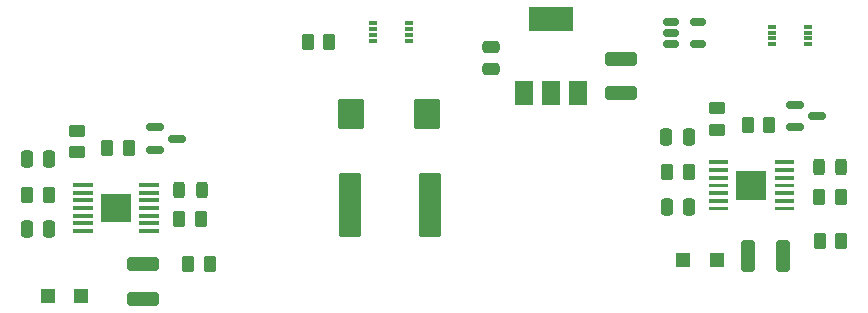
<source format=gbr>
%TF.GenerationSoftware,KiCad,Pcbnew,7.0.7*%
%TF.CreationDate,2024-03-31T21:55:30-04:00*%
%TF.ProjectId,4ch-driver-v0,3463682d-6472-4697-9665-722d76302e6b,rev?*%
%TF.SameCoordinates,Original*%
%TF.FileFunction,Paste,Top*%
%TF.FilePolarity,Positive*%
%FSLAX46Y46*%
G04 Gerber Fmt 4.6, Leading zero omitted, Abs format (unit mm)*
G04 Created by KiCad (PCBNEW 7.0.7) date 2024-03-31 21:55:30*
%MOMM*%
%LPD*%
G01*
G04 APERTURE LIST*
G04 Aperture macros list*
%AMRoundRect*
0 Rectangle with rounded corners*
0 $1 Rounding radius*
0 $2 $3 $4 $5 $6 $7 $8 $9 X,Y pos of 4 corners*
0 Add a 4 corners polygon primitive as box body*
4,1,4,$2,$3,$4,$5,$6,$7,$8,$9,$2,$3,0*
0 Add four circle primitives for the rounded corners*
1,1,$1+$1,$2,$3*
1,1,$1+$1,$4,$5*
1,1,$1+$1,$6,$7*
1,1,$1+$1,$8,$9*
0 Add four rect primitives between the rounded corners*
20,1,$1+$1,$2,$3,$4,$5,0*
20,1,$1+$1,$4,$5,$6,$7,0*
20,1,$1+$1,$6,$7,$8,$9,0*
20,1,$1+$1,$8,$9,$2,$3,0*%
G04 Aperture macros list end*
%ADD10C,0.010000*%
%ADD11RoundRect,0.250000X-0.262500X-0.450000X0.262500X-0.450000X0.262500X0.450000X-0.262500X0.450000X0*%
%ADD12RoundRect,0.250000X-1.100000X0.325000X-1.100000X-0.325000X1.100000X-0.325000X1.100000X0.325000X0*%
%ADD13R,0.800000X0.300000*%
%ADD14RoundRect,0.243750X-0.243750X-0.456250X0.243750X-0.456250X0.243750X0.456250X-0.243750X0.456250X0*%
%ADD15RoundRect,0.250000X-0.450000X0.262500X-0.450000X-0.262500X0.450000X-0.262500X0.450000X0.262500X0*%
%ADD16RoundRect,0.250000X-0.250000X-0.475000X0.250000X-0.475000X0.250000X0.475000X-0.250000X0.475000X0*%
%ADD17RoundRect,0.250000X0.712500X2.475000X-0.712500X2.475000X-0.712500X-2.475000X0.712500X-2.475000X0*%
%ADD18R,1.200000X1.200000*%
%ADD19RoundRect,0.150000X-0.587500X-0.150000X0.587500X-0.150000X0.587500X0.150000X-0.587500X0.150000X0*%
%ADD20RoundRect,0.150000X-0.512500X-0.150000X0.512500X-0.150000X0.512500X0.150000X-0.512500X0.150000X0*%
%ADD21RoundRect,0.250000X0.325000X1.100000X-0.325000X1.100000X-0.325000X-1.100000X0.325000X-1.100000X0*%
%ADD22RoundRect,0.250000X-0.475000X0.250000X-0.475000X-0.250000X0.475000X-0.250000X0.475000X0.250000X0*%
%ADD23RoundRect,0.250000X0.875000X1.025000X-0.875000X1.025000X-0.875000X-1.025000X0.875000X-1.025000X0*%
%ADD24R,1.500000X2.000000*%
%ADD25R,3.800000X2.000000*%
G04 APERTURE END LIST*
%TO.C,U3*%
D10*
X115275000Y-101305000D02*
X113725000Y-101305000D01*
X113725000Y-101055000D01*
X115275000Y-101055000D01*
X115275000Y-101305000D01*
G36*
X115275000Y-101305000D02*
G01*
X113725000Y-101305000D01*
X113725000Y-101055000D01*
X115275000Y-101055000D01*
X115275000Y-101305000D01*
G37*
X115275000Y-101955000D02*
X113725000Y-101955000D01*
X113725000Y-101705000D01*
X115275000Y-101705000D01*
X115275000Y-101955000D01*
G36*
X115275000Y-101955000D02*
G01*
X113725000Y-101955000D01*
X113725000Y-101705000D01*
X115275000Y-101705000D01*
X115275000Y-101955000D01*
G37*
X115275000Y-102605000D02*
X113725000Y-102605000D01*
X113725000Y-102355000D01*
X115275000Y-102355000D01*
X115275000Y-102605000D01*
G36*
X115275000Y-102605000D02*
G01*
X113725000Y-102605000D01*
X113725000Y-102355000D01*
X115275000Y-102355000D01*
X115275000Y-102605000D01*
G37*
X115275000Y-103255000D02*
X113725000Y-103255000D01*
X113725000Y-103005000D01*
X115275000Y-103005000D01*
X115275000Y-103255000D01*
G36*
X115275000Y-103255000D02*
G01*
X113725000Y-103255000D01*
X113725000Y-103005000D01*
X115275000Y-103005000D01*
X115275000Y-103255000D01*
G37*
X115275000Y-103905000D02*
X113725000Y-103905000D01*
X113725000Y-103655000D01*
X115275000Y-103655000D01*
X115275000Y-103905000D01*
G36*
X115275000Y-103905000D02*
G01*
X113725000Y-103905000D01*
X113725000Y-103655000D01*
X115275000Y-103655000D01*
X115275000Y-103905000D01*
G37*
X115275000Y-104555000D02*
X113725000Y-104555000D01*
X113725000Y-104305000D01*
X115275000Y-104305000D01*
X115275000Y-104555000D01*
G36*
X115275000Y-104555000D02*
G01*
X113725000Y-104555000D01*
X113725000Y-104305000D01*
X115275000Y-104305000D01*
X115275000Y-104555000D01*
G37*
X115275000Y-105205000D02*
X113725000Y-105205000D01*
X113725000Y-104955000D01*
X115275000Y-104955000D01*
X115275000Y-105205000D01*
G36*
X115275000Y-105205000D02*
G01*
X113725000Y-105205000D01*
X113725000Y-104955000D01*
X115275000Y-104955000D01*
X115275000Y-105205000D01*
G37*
X118530000Y-104285000D02*
X116070000Y-104285000D01*
X116070000Y-101975000D01*
X118530000Y-101975000D01*
X118530000Y-104285000D01*
G36*
X118530000Y-104285000D02*
G01*
X116070000Y-104285000D01*
X116070000Y-101975000D01*
X118530000Y-101975000D01*
X118530000Y-104285000D01*
G37*
X120875000Y-101305000D02*
X119325000Y-101305000D01*
X119325000Y-101055000D01*
X120875000Y-101055000D01*
X120875000Y-101305000D01*
G36*
X120875000Y-101305000D02*
G01*
X119325000Y-101305000D01*
X119325000Y-101055000D01*
X120875000Y-101055000D01*
X120875000Y-101305000D01*
G37*
X120875000Y-101955000D02*
X119325000Y-101955000D01*
X119325000Y-101705000D01*
X120875000Y-101705000D01*
X120875000Y-101955000D01*
G36*
X120875000Y-101955000D02*
G01*
X119325000Y-101955000D01*
X119325000Y-101705000D01*
X120875000Y-101705000D01*
X120875000Y-101955000D01*
G37*
X120875000Y-102605000D02*
X119325000Y-102605000D01*
X119325000Y-102355000D01*
X120875000Y-102355000D01*
X120875000Y-102605000D01*
G36*
X120875000Y-102605000D02*
G01*
X119325000Y-102605000D01*
X119325000Y-102355000D01*
X120875000Y-102355000D01*
X120875000Y-102605000D01*
G37*
X120875000Y-103255000D02*
X119325000Y-103255000D01*
X119325000Y-103005000D01*
X120875000Y-103005000D01*
X120875000Y-103255000D01*
G36*
X120875000Y-103255000D02*
G01*
X119325000Y-103255000D01*
X119325000Y-103005000D01*
X120875000Y-103005000D01*
X120875000Y-103255000D01*
G37*
X120875000Y-103905000D02*
X119325000Y-103905000D01*
X119325000Y-103655000D01*
X120875000Y-103655000D01*
X120875000Y-103905000D01*
G36*
X120875000Y-103905000D02*
G01*
X119325000Y-103905000D01*
X119325000Y-103655000D01*
X120875000Y-103655000D01*
X120875000Y-103905000D01*
G37*
X120875000Y-104555000D02*
X119325000Y-104555000D01*
X119325000Y-104305000D01*
X120875000Y-104305000D01*
X120875000Y-104555000D01*
G36*
X120875000Y-104555000D02*
G01*
X119325000Y-104555000D01*
X119325000Y-104305000D01*
X120875000Y-104305000D01*
X120875000Y-104555000D01*
G37*
X120875000Y-105205000D02*
X119325000Y-105205000D01*
X119325000Y-104955000D01*
X120875000Y-104955000D01*
X120875000Y-105205000D01*
G36*
X120875000Y-105205000D02*
G01*
X119325000Y-105205000D01*
X119325000Y-104955000D01*
X120875000Y-104955000D01*
X120875000Y-105205000D01*
G37*
%TO.C,U5*%
X169069000Y-99399000D02*
X167519000Y-99399000D01*
X167519000Y-99149000D01*
X169069000Y-99149000D01*
X169069000Y-99399000D01*
G36*
X169069000Y-99399000D02*
G01*
X167519000Y-99399000D01*
X167519000Y-99149000D01*
X169069000Y-99149000D01*
X169069000Y-99399000D01*
G37*
X169069000Y-100049000D02*
X167519000Y-100049000D01*
X167519000Y-99799000D01*
X169069000Y-99799000D01*
X169069000Y-100049000D01*
G36*
X169069000Y-100049000D02*
G01*
X167519000Y-100049000D01*
X167519000Y-99799000D01*
X169069000Y-99799000D01*
X169069000Y-100049000D01*
G37*
X169069000Y-100699000D02*
X167519000Y-100699000D01*
X167519000Y-100449000D01*
X169069000Y-100449000D01*
X169069000Y-100699000D01*
G36*
X169069000Y-100699000D02*
G01*
X167519000Y-100699000D01*
X167519000Y-100449000D01*
X169069000Y-100449000D01*
X169069000Y-100699000D01*
G37*
X169069000Y-101349000D02*
X167519000Y-101349000D01*
X167519000Y-101099000D01*
X169069000Y-101099000D01*
X169069000Y-101349000D01*
G36*
X169069000Y-101349000D02*
G01*
X167519000Y-101349000D01*
X167519000Y-101099000D01*
X169069000Y-101099000D01*
X169069000Y-101349000D01*
G37*
X169069000Y-101999000D02*
X167519000Y-101999000D01*
X167519000Y-101749000D01*
X169069000Y-101749000D01*
X169069000Y-101999000D01*
G36*
X169069000Y-101999000D02*
G01*
X167519000Y-101999000D01*
X167519000Y-101749000D01*
X169069000Y-101749000D01*
X169069000Y-101999000D01*
G37*
X169069000Y-102649000D02*
X167519000Y-102649000D01*
X167519000Y-102399000D01*
X169069000Y-102399000D01*
X169069000Y-102649000D01*
G36*
X169069000Y-102649000D02*
G01*
X167519000Y-102649000D01*
X167519000Y-102399000D01*
X169069000Y-102399000D01*
X169069000Y-102649000D01*
G37*
X169069000Y-103299000D02*
X167519000Y-103299000D01*
X167519000Y-103049000D01*
X169069000Y-103049000D01*
X169069000Y-103299000D01*
G36*
X169069000Y-103299000D02*
G01*
X167519000Y-103299000D01*
X167519000Y-103049000D01*
X169069000Y-103049000D01*
X169069000Y-103299000D01*
G37*
X172324000Y-102379000D02*
X169864000Y-102379000D01*
X169864000Y-100069000D01*
X172324000Y-100069000D01*
X172324000Y-102379000D01*
G36*
X172324000Y-102379000D02*
G01*
X169864000Y-102379000D01*
X169864000Y-100069000D01*
X172324000Y-100069000D01*
X172324000Y-102379000D01*
G37*
X174669000Y-99399000D02*
X173119000Y-99399000D01*
X173119000Y-99149000D01*
X174669000Y-99149000D01*
X174669000Y-99399000D01*
G36*
X174669000Y-99399000D02*
G01*
X173119000Y-99399000D01*
X173119000Y-99149000D01*
X174669000Y-99149000D01*
X174669000Y-99399000D01*
G37*
X174669000Y-100049000D02*
X173119000Y-100049000D01*
X173119000Y-99799000D01*
X174669000Y-99799000D01*
X174669000Y-100049000D01*
G36*
X174669000Y-100049000D02*
G01*
X173119000Y-100049000D01*
X173119000Y-99799000D01*
X174669000Y-99799000D01*
X174669000Y-100049000D01*
G37*
X174669000Y-100699000D02*
X173119000Y-100699000D01*
X173119000Y-100449000D01*
X174669000Y-100449000D01*
X174669000Y-100699000D01*
G36*
X174669000Y-100699000D02*
G01*
X173119000Y-100699000D01*
X173119000Y-100449000D01*
X174669000Y-100449000D01*
X174669000Y-100699000D01*
G37*
X174669000Y-101349000D02*
X173119000Y-101349000D01*
X173119000Y-101099000D01*
X174669000Y-101099000D01*
X174669000Y-101349000D01*
G36*
X174669000Y-101349000D02*
G01*
X173119000Y-101349000D01*
X173119000Y-101099000D01*
X174669000Y-101099000D01*
X174669000Y-101349000D01*
G37*
X174669000Y-101999000D02*
X173119000Y-101999000D01*
X173119000Y-101749000D01*
X174669000Y-101749000D01*
X174669000Y-101999000D01*
G36*
X174669000Y-101999000D02*
G01*
X173119000Y-101999000D01*
X173119000Y-101749000D01*
X174669000Y-101749000D01*
X174669000Y-101999000D01*
G37*
X174669000Y-102649000D02*
X173119000Y-102649000D01*
X173119000Y-102399000D01*
X174669000Y-102399000D01*
X174669000Y-102649000D01*
G36*
X174669000Y-102649000D02*
G01*
X173119000Y-102649000D01*
X173119000Y-102399000D01*
X174669000Y-102399000D01*
X174669000Y-102649000D01*
G37*
X174669000Y-103299000D02*
X173119000Y-103299000D01*
X173119000Y-103049000D01*
X174669000Y-103049000D01*
X174669000Y-103299000D01*
G36*
X174669000Y-103299000D02*
G01*
X173119000Y-103299000D01*
X173119000Y-103049000D01*
X174669000Y-103049000D01*
X174669000Y-103299000D01*
G37*
%TD*%
D11*
%TO.C,R12*%
X109807500Y-102070000D03*
X111632500Y-102070000D03*
%TD*%
D12*
%TO.C,C9*%
X119600000Y-107905000D03*
X119600000Y-110855000D03*
%TD*%
D13*
%TO.C,U4*%
X139076000Y-87520000D03*
X139076000Y-88020000D03*
X139076000Y-88520000D03*
X139076000Y-89020000D03*
X142176000Y-89020000D03*
X142176000Y-88520000D03*
X142176000Y-88020000D03*
X142176000Y-87520000D03*
%TD*%
D14*
%TO.C,D5*%
X122712500Y-101620000D03*
X124587500Y-101620000D03*
%TD*%
D15*
%TO.C,R14*%
X168254000Y-94721500D03*
X168254000Y-96546500D03*
%TD*%
D16*
%TO.C,C8*%
X109770000Y-104950000D03*
X111670000Y-104950000D03*
%TD*%
D17*
%TO.C,F1*%
X143927500Y-102900000D03*
X137152500Y-102900000D03*
%TD*%
D14*
%TO.C,D7*%
X176876500Y-99724000D03*
X178751500Y-99724000D03*
%TD*%
D18*
%TO.C,D6*%
X114407500Y-110610000D03*
X111607500Y-110610000D03*
%TD*%
D19*
%TO.C,Q2*%
X120642500Y-96340000D03*
X120642500Y-98240000D03*
X122517500Y-97290000D03*
%TD*%
D20*
%TO.C,U8*%
X164312500Y-87390000D03*
X164312500Y-88340000D03*
X164312500Y-89290000D03*
X166587500Y-89290000D03*
X166587500Y-87390000D03*
%TD*%
D21*
%TO.C,C13*%
X173795000Y-107250000D03*
X170845000Y-107250000D03*
%TD*%
D22*
%TO.C,C5*%
X149050000Y-89510000D03*
X149050000Y-91410000D03*
%TD*%
D11*
%TO.C,R8*%
X176901500Y-102224000D03*
X178726500Y-102224000D03*
%TD*%
D16*
%TO.C,C7*%
X109770000Y-99060000D03*
X111670000Y-99060000D03*
%TD*%
D11*
%TO.C,R13*%
X170811500Y-96164000D03*
X172636500Y-96164000D03*
%TD*%
D18*
%TO.C,D8*%
X168188000Y-107574000D03*
X165388000Y-107574000D03*
%TD*%
D23*
%TO.C,C1*%
X143650000Y-95210000D03*
X137250000Y-95210000D03*
%TD*%
D12*
%TO.C,C6*%
X160090000Y-90525000D03*
X160090000Y-93475000D03*
%TD*%
D11*
%TO.C,R15*%
X164021500Y-100164000D03*
X165846500Y-100164000D03*
%TD*%
D15*
%TO.C,R11*%
X114040000Y-96627500D03*
X114040000Y-98452500D03*
%TD*%
D11*
%TO.C,R20*%
X133587500Y-89080000D03*
X135412500Y-89080000D03*
%TD*%
%TO.C,R9*%
X122687500Y-104130000D03*
X124512500Y-104130000D03*
%TD*%
%TO.C,R7*%
X123437500Y-107880000D03*
X125262500Y-107880000D03*
%TD*%
%TO.C,R10*%
X116597500Y-98070000D03*
X118422500Y-98070000D03*
%TD*%
D24*
%TO.C,U2*%
X151880000Y-93470000D03*
X154180000Y-93470000D03*
D25*
X154180000Y-87170000D03*
D24*
X156480000Y-93470000D03*
%TD*%
D16*
%TO.C,C12*%
X163984000Y-103074000D03*
X165884000Y-103074000D03*
%TD*%
%TO.C,C11*%
X163914000Y-97144000D03*
X165814000Y-97144000D03*
%TD*%
D13*
%TO.C,U7*%
X172870000Y-87820000D03*
X172870000Y-88320000D03*
X172870000Y-88820000D03*
X172870000Y-89320000D03*
X175970000Y-89320000D03*
X175970000Y-88820000D03*
X175970000Y-88320000D03*
X175970000Y-87820000D03*
%TD*%
D19*
%TO.C,Q3*%
X174856500Y-94434000D03*
X174856500Y-96334000D03*
X176731500Y-95384000D03*
%TD*%
D11*
%TO.C,R2*%
X176927500Y-105950000D03*
X178752500Y-105950000D03*
%TD*%
M02*

</source>
